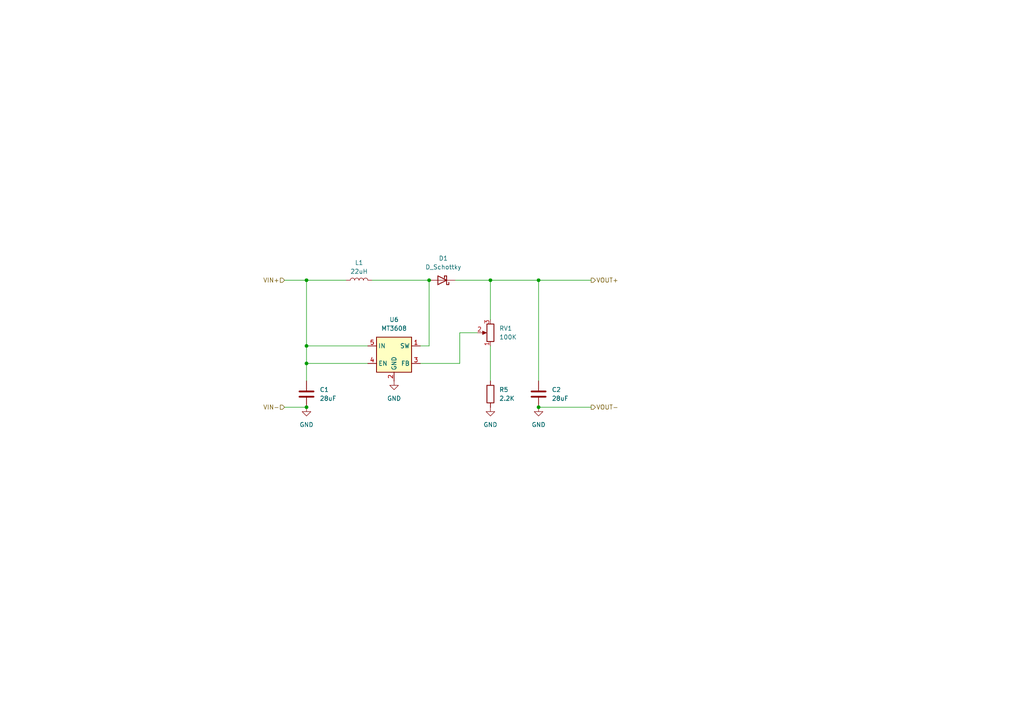
<source format=kicad_sch>
(kicad_sch (version 20250114) (generator "eeschema") (generator_version "9.0")
  (paper "A4")
  (lib_symbols
    (symbol "Device:C" (pin_numbers (hide yes)) (pin_names (offset 0.254))
      (property "Reference" "C" (at 0.635 2.54 0))
      (property "Value" "C" (at 0.635 -2.54 0))
      (symbol "C_0_1"
        (polyline (pts (xy -2.032 0.762) (xy 2.032 0.762)) (stroke (width 0.508)))
        (polyline (pts (xy -2.032 -0.762) (xy 2.032 -0.762)) (stroke (width 0.508)))
      )
      (symbol "C_1_1"
        (pin passive line (at 0 3.81 270) (length 2.794) (name "~") (number "1"))
        (pin passive line (at 0 -3.81 90) (length 2.794) (name "~") (number "2"))
      )
    )
    (symbol "Device:D_Schottky" (pin_numbers (hide yes)) (pin_names (offset 1.016) (hide yes))
      (property "Reference" "D" (at 0 2.54 0))
      (property "Value" "D_Schottky" (at 0 -2.54 0))
      (symbol "D_Schottky_0_1"
        (polyline (pts (xy -1.905 0.635) (xy -1.905 1.27) (xy -1.27 1.27) (xy -1.27 -1.27) (xy -0.635 -1.27) (xy -0.635 -0.635)) (stroke (width 0.254)))
        (polyline (pts (xy 1.27 1.27) (xy 1.27 -1.27) (xy -1.27 0) (xy 1.27 1.27)) (stroke (width 0.254)))
        (polyline (pts (xy 1.27 0) (xy -1.27 0)))
      )
      (symbol "D_Schottky_1_1"
        (pin passive line (at -3.81 0 0) (length 2.54) (name "K") (number "1"))
        (pin passive line (at 3.81 0 180) (length 2.54) (name "A") (number "2"))
      )
    )
    (symbol "Device:L" (pin_numbers (hide yes)) (pin_names (offset 1.016) (hide yes))
      (property "Reference" "L" (at -1.27 0 90))
      (property "Value" "L" (at 1.905 0 90))
      (symbol "L_0_1"
        (arc (start 0 2.54) (mid 0.6323 1.905) (end 0 1.27))
        (arc (start 0 1.27) (mid 0.6323 0.635) (end 0 0))
        (arc (start 0 0) (mid 0.6323 -0.635) (end 0 -1.27))
        (arc (start 0 -1.27) (mid 0.6323 -1.905) (end 0 -2.54))
      )
      (symbol "L_1_1"
        (pin passive line (at 0 3.81 270) (length 1.27) (name "1") (number "1"))
        (pin passive line (at 0 -3.81 90) (length 1.27) (name "2") (number "2"))
      )
    )
    (symbol "Device:R" (pin_numbers (hide yes)) (pin_names (offset 0))
      (property "Reference" "R" (at 2.032 0 90))
      (property "Value" "R" (at 0 0 90))
      (symbol "R_0_1"
        (rectangle (start -1.016 -2.54) (end 1.016 2.54) (stroke (width 0.254)))
      )
      (symbol "R_1_1"
        (pin passive line (at 0 3.81 270) (length 1.27) (name "~") (number "1"))
        (pin passive line (at 0 -3.81 90) (length 1.27) (name "~") (number "2"))
      )
    )
    (symbol "Device:R_Potentiometer" (pin_names (offset 1.016) (hide yes))
      (property "Reference" "RV" (at -4.445 0 90))
      (property "Value" "R_Potentiometer" (at -2.54 0 90))
      (symbol "R_Potentiometer_0_1"
        (rectangle (start 1.016 2.54) (end -1.016 -2.54) (stroke (width 0.254)))
        (polyline (pts (xy 1.143 0) (xy 2.286 0.508) (xy 2.286 -0.508) (xy 1.143 0)) (fill (type outline)))
        (polyline (pts (xy 2.54 0) (xy 1.524 0)))
      )
      (symbol "R_Potentiometer_1_1"
        (pin passive line (at 0 3.81 270) (length 1.27) (name "1") (number "1"))
        (pin passive line (at 0 -3.81 90) (length 1.27) (name "3") (number "3"))
        (pin passive line (at 3.81 0 180) (length 1.27) (name "2") (number "2"))
      )
    )
    (symbol "Regulator_Switching:MT3608"
      (property "Reference" "U" (at -2.54 8.89 0))
      (property "Value" "MT3608" (at -3.81 6.35 0))
      (symbol "MT3608_0_1"
        (rectangle (start -5.08 5.08) (end 5.08 -5.08) (stroke (width 0.254)) (fill (type background)))
      )
      (symbol "MT3608_1_1"
        (pin power_in line (at -7.62 2.54 0) (length 2.54) (name "IN") (number "5"))
        (pin input line (at -7.62 -2.54 0) (length 2.54) (name "EN") (number "4"))
        (pin power_in line (at 0 -7.62 90) (length 2.54) (name "GND") (number "2"))
        (pin no_connect line (at 5.08 0 180) (length 2.54) (hide yes) (name "NC") (number "6"))
        (pin passive line (at 7.62 2.54 180) (length 2.54) (name "SW") (number "1"))
        (pin input line (at 7.62 -2.54 180) (length 2.54) (name "FB") (number "3"))
      )
    )
    (symbol "power:GND" (power) (pin_numbers (hide yes)) (pin_names (offset 0) (hide yes))
      (property "Value" "GND" (at 0 -3.81 0))
      (symbol "GND_0_1"
        (polyline (pts (xy 0 0) (xy 0 -1.27) (xy 1.27 -1.27) (xy 0 -2.54) (xy -1.27 -1.27) (xy 0 -1.27)))
      )
      (symbol "GND_1_1"
        (pin power_in line (at 0 0 270) (length 0) (name "~") (number "1"))
      )
    )
  )
  (junction (at 88.9 81.28))
  (junction (at 88.9 105.41))
  (junction (at 156.21 118.11))
  (junction (at 88.9 118.11))
  (junction (at 142.24 81.28))
  (junction (at 88.9 100.33))
  (junction (at 124.46 81.28))
  (junction (at 156.21 81.28))
  (wire (pts (xy 121.92 100.33) (xy 124.46 100.33)))
  (wire (pts (xy 107.95 81.28) (xy 124.46 81.28)))
  (wire (pts (xy 156.21 81.28) (xy 142.24 81.28)))
  (wire (pts (xy 82.55 81.28) (xy 88.9 81.28)))
  (wire (pts (xy 124.46 100.33) (xy 124.46 81.28)))
  (wire (pts (xy 133.35 105.41) (xy 133.35 96.52)))
  (wire (pts (xy 100.33 81.28) (xy 88.9 81.28)))
  (wire (pts (xy 142.24 100.33) (xy 142.24 110.49)))
  (wire (pts (xy 156.21 110.49) (xy 156.21 81.28)))
  (wire (pts (xy 82.55 118.11) (xy 88.9 118.11)))
  (wire (pts (xy 156.21 81.28) (xy 171.45 81.28)))
  (wire (pts (xy 88.9 105.41) (xy 88.9 110.49)))
  (wire (pts (xy 142.24 81.28) (xy 142.24 92.71)))
  (wire (pts (xy 171.45 118.11) (xy 156.21 118.11)))
  (wire (pts (xy 88.9 100.33) (xy 88.9 105.41)))
  (wire (pts (xy 133.35 96.52) (xy 138.43 96.52)))
  (wire (pts (xy 88.9 81.28) (xy 88.9 100.33)))
  (wire (pts (xy 121.92 105.41) (xy 133.35 105.41)))
  (wire (pts (xy 88.9 105.41) (xy 106.68 105.41)))
  (wire (pts (xy 132.08 81.28) (xy 142.24 81.28)))
  (wire (pts (xy 88.9 100.33) (xy 106.68 100.33)))
  (hierarchical_label "VIN+" (shape input) (at 82.55 81.28 180))
  (hierarchical_label "VIN-" (shape input) (at 82.55 118.11 180))
  (hierarchical_label "VOUT+" (shape output) (at 171.45 81.28 0))
  (hierarchical_label "VOUT-" (shape output) (at 171.45 118.11 0))
  (symbol (lib_id "Device:C") (at 88.9 114.3 0) (unit 1)
    (property "Reference" "C1" (at 92.71 113.0299 0) (effects (justify left)))
    (property "Value" "28uF" (at 92.71 115.5699 0) (effects (justify left)))
    (property "Description" "Unpolarized capacitor" (effects (hide yes)))
  )
  (symbol (lib_id "power:GND") (at 88.9 118.11 0) (unit 1)
    (property "Reference" "#PWR030" (effects (hide yes)))
    (property "Value" "GND" (at 88.9 123.19 0))
    (property "Description" "Power symbol creates a global label with name \"GND\" , ground" (effects (hide yes)))
  )
  (symbol (lib_id "Regulator_Switching:MT3608") (at 114.3 102.87 0) (unit 1)
    (property "Reference" "U6" (at 114.3 92.71 0))
    (property "Value" "MT3608" (at 114.3 95.25 0))
    (property "Footprint" "Package_TO_SOT_SMD:SOT-23-6" (effects (hide yes)))
    (property "Datasheet" "https://www.olimex.com/Products/Breadboarding/BB-PWR-3608/resources/MT3608.pdf" (effects (hide yes)))
    (property "Description" "High Efficiency 1.2MHz 2A Step Up Converter, 2-24V Vin, 28V Vout, 4A current limit, 1.2MHz, SOT23-6" (effects (hide yes)))
  )
  (symbol (lib_id "Device:D_Schottky") (at 128.27 81.28 180) (unit 1)
    (property "Reference" "D1" (at 128.5875 74.93 0))
    (property "Value" "D_Schottky" (at 128.5875 77.47 0))
    (property "Description" "Schottky diode" (effects (hide yes)))
  )
  (symbol (lib_id "power:GND") (at 114.3 110.49 0) (unit 1)
    (property "Reference" "#PWR031" (effects (hide yes)))
    (property "Value" "GND" (at 114.3 115.57 0))
    (property "Description" "Power symbol creates a global label with name \"GND\" , ground" (effects (hide yes)))
  )
  (symbol (lib_id "Device:C") (at 156.21 114.3 0) (unit 1)
    (property "Reference" "C2" (at 160.02 113.0299 0) (effects (justify left)))
    (property "Value" "28uF" (at 160.02 115.5699 0) (effects (justify left)))
    (property "Description" "Unpolarized capacitor" (effects (hide yes)))
  )
  (symbol (lib_id "power:GND") (at 156.21 118.11 0) (unit 1)
    (property "Reference" "#PWR032" (effects (hide yes)))
    (property "Value" "GND" (at 156.21 123.19 0))
    (property "Description" "Power symbol creates a global label with name \"GND\" , ground" (effects (hide yes)))
  )
  (symbol (lib_id "Device:R") (at 142.24 114.3 0) (unit 1)
    (property "Reference" "R5" (at 144.78 113.0299 0) (effects (justify left)))
    (property "Value" "2.2K" (at 144.78 115.5699 0) (effects (justify left)))
    (property "Description" "Resistor" (effects (hide yes)))
  )
  (symbol (lib_id "power:GND") (at 142.24 118.11 0) (unit 1)
    (property "Reference" "#PWR029" (effects (hide yes)))
    (property "Value" "GND" (at 142.24 123.19 0))
    (property "Description" "Power symbol creates a global label with name \"GND\" , ground" (effects (hide yes)))
  )
  (symbol (lib_id "Device:L") (at 104.14 81.28 90) (unit 1)
    (property "Reference" "L1" (at 104.14 76.2 90))
    (property "Value" "22uH" (at 104.14 78.74 90))
    (property "Description" "Inductor" (effects (hide yes)))
  )
  (symbol (lib_id "Device:R_Potentiometer") (at 142.24 96.52 180) (unit 1)
    (property "Reference" "RV1" (at 144.78 95.2499 0) (effects (justify right)))
    (property "Value" "100K" (at 144.78 97.7899 0) (effects (justify right)))
    (property "Description" "Potentiometer" (effects (hide yes)))
  )
)
</source>
